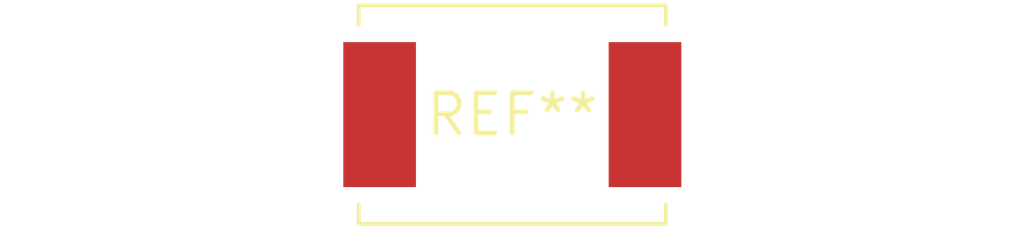
<source format=kicad_pcb>
(kicad_pcb (version 20240108) (generator pcbnew)
  (layers (0 "F.Cu" signal) (31 "B.Cu" signal) (34 "B.Paste" user) (35 "F.Paste" user) (36 "B.SilkS" user "B.Silkscreen") (37 "F.SilkS" user "F.Silkscreen") (38 "B.Mask" user) (39 "F.Mask" user) (44 "Edge.Cuts" user))
  (net 0 "")
  (footprint "Fuse_Bourns_MF-SM_9.5x6.71mm" (layer "F.Cu") (at 0 0)
    (property "Reference" "REF**")
    (property "Value" "Fuse_Bourns_MF-SM_9.5x6.71mm")
    (fp_line (start -4.86 -3.465) (end 4.86 -3.465) (layer "F.SilkS") (stroke (width 0.12)))
    (fp_line (start -4.86 -2.85) (end -4.86 -3.465) (layer "F.SilkS") (stroke (width 0.12)))
    (fp_line (start -4.86 2.85) (end -4.86 3.465) (layer "F.SilkS") (stroke (width 0.12)))
    (fp_line (start -4.86 3.465) (end 4.86 3.465) (layer "F.SilkS") (stroke (width 0.12)))
    (fp_line (start 4.86 -2.85) (end 4.86 -3.465) (layer "F.SilkS") (stroke (width 0.12)))
    (fp_line (start 4.86 2.85) (end 4.86 3.465) (layer "F.SilkS") (stroke (width 0.12)))
    (pad "1" smd rect (at -4.2 0) (size 2.3 4.6) (layers "F.Cu" "F.Paste" "F.Mask"))
    (pad "2" smd rect (at 4.2 0) (size 2.3 4.6) (layers "F.Cu" "F.Paste" "F.Mask"))
  )
)
</source>
